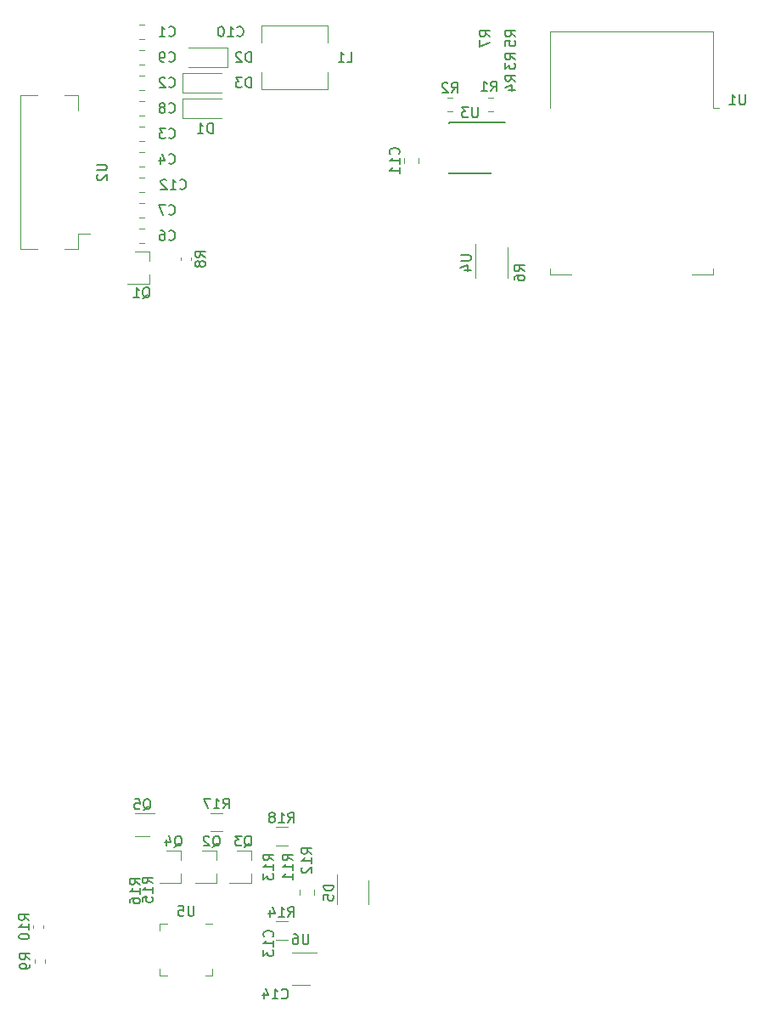
<source format=gbr>
G04 #@! TF.GenerationSoftware,KiCad,Pcbnew,5.0.2-bee76a0~70~ubuntu18.04.1*
G04 #@! TF.CreationDate,2019-01-18T14:13:04+00:00*
G04 #@! TF.ProjectId,badge,62616467-652e-46b6-9963-61645f706362,rev?*
G04 #@! TF.SameCoordinates,Original*
G04 #@! TF.FileFunction,Legend,Bot*
G04 #@! TF.FilePolarity,Positive*
%FSLAX46Y46*%
G04 Gerber Fmt 4.6, Leading zero omitted, Abs format (unit mm)*
G04 Created by KiCad (PCBNEW 5.0.2-bee76a0~70~ubuntu18.04.1) date Fri 18 Jan 2019 14:13:04 GMT*
%MOMM*%
%LPD*%
G01*
G04 APERTURE LIST*
%ADD10C,0.120000*%
%ADD11C,0.150000*%
G04 APERTURE END LIST*
D10*
G04 #@! TO.C,C1*
X38476422Y-20245000D02*
X38993578Y-20245000D01*
X38476422Y-21665000D02*
X38993578Y-21665000D01*
G04 #@! TO.C,C2*
X38476422Y-26745000D02*
X38993578Y-26745000D01*
X38476422Y-25325000D02*
X38993578Y-25325000D01*
G04 #@! TO.C,C3*
X38476422Y-31825000D02*
X38993578Y-31825000D01*
X38476422Y-30405000D02*
X38993578Y-30405000D01*
G04 #@! TO.C,C4*
X38476422Y-32945000D02*
X38993578Y-32945000D01*
X38476422Y-34365000D02*
X38993578Y-34365000D01*
G04 #@! TO.C,C6*
X38476422Y-41985000D02*
X38993578Y-41985000D01*
X38476422Y-40565000D02*
X38993578Y-40565000D01*
G04 #@! TO.C,C7*
X38476422Y-38025000D02*
X38993578Y-38025000D01*
X38476422Y-39445000D02*
X38993578Y-39445000D01*
G04 #@! TO.C,C8*
X38476422Y-29285000D02*
X38993578Y-29285000D01*
X38476422Y-27865000D02*
X38993578Y-27865000D01*
G04 #@! TO.C,C9*
X38476422Y-24205000D02*
X38993578Y-24205000D01*
X38476422Y-22785000D02*
X38993578Y-22785000D01*
G04 #@! TO.C,C11*
X66369000Y-33523422D02*
X66369000Y-34040578D01*
X64949000Y-33523422D02*
X64949000Y-34040578D01*
G04 #@! TO.C,C12*
X38476422Y-35485000D02*
X38993578Y-35485000D01*
X38476422Y-36905000D02*
X38993578Y-36905000D01*
G04 #@! TO.C,D1*
X42835000Y-29575000D02*
X42835000Y-27575000D01*
X42835000Y-27575000D02*
X46735000Y-27575000D01*
X42835000Y-29575000D02*
X46735000Y-29575000D01*
G04 #@! TO.C,D2*
X47335000Y-22495000D02*
X47335000Y-24495000D01*
X47335000Y-24495000D02*
X43435000Y-24495000D01*
X47335000Y-22495000D02*
X43435000Y-22495000D01*
G04 #@! TO.C,D3*
X42835000Y-27035000D02*
X46735000Y-27035000D01*
X42835000Y-25035000D02*
X46735000Y-25035000D01*
X42835000Y-27035000D02*
X42835000Y-25035000D01*
G04 #@! TO.C,D5*
X61367000Y-105480000D02*
X61367000Y-107880000D01*
X58267000Y-107880000D02*
X58267000Y-104930000D01*
G04 #@! TO.C,L1*
X50675000Y-24995000D02*
X50675000Y-26695000D01*
X50675000Y-26695000D02*
X57275000Y-26695000D01*
X57275000Y-26695000D02*
X57275000Y-24995000D01*
X57275000Y-21995000D02*
X57275000Y-20295000D01*
X57275000Y-20295000D02*
X50675000Y-20295000D01*
X50675000Y-20295000D02*
X50675000Y-21995000D01*
G04 #@! TO.C,Q1*
X39495000Y-42870000D02*
X39495000Y-43800000D01*
X39495000Y-46030000D02*
X39495000Y-45100000D01*
X39495000Y-46030000D02*
X37335000Y-46030000D01*
X39495000Y-42870000D02*
X38035000Y-42870000D01*
G04 #@! TO.C,Q2*
X46210000Y-102560000D02*
X44750000Y-102560000D01*
X46210000Y-105720000D02*
X44050000Y-105720000D01*
X46210000Y-105720000D02*
X46210000Y-104790000D01*
X46210000Y-102560000D02*
X46210000Y-103490000D01*
G04 #@! TO.C,Q3*
X49655000Y-102560000D02*
X49655000Y-103490000D01*
X49655000Y-105720000D02*
X49655000Y-104790000D01*
X49655000Y-105720000D02*
X47495000Y-105720000D01*
X49655000Y-102560000D02*
X48195000Y-102560000D01*
G04 #@! TO.C,Q4*
X42670000Y-102560000D02*
X41210000Y-102560000D01*
X42670000Y-105720000D02*
X40510000Y-105720000D01*
X42670000Y-105720000D02*
X42670000Y-104790000D01*
X42670000Y-102560000D02*
X42670000Y-103490000D01*
G04 #@! TO.C,Q5*
X38096000Y-98774000D02*
X39996000Y-98774000D01*
X39496000Y-101094000D02*
X38096000Y-101094000D01*
G04 #@! TO.C,R1*
X73274422Y-28904000D02*
X73791578Y-28904000D01*
X73274422Y-27484000D02*
X73791578Y-27484000D01*
G04 #@! TO.C,R2*
X69210422Y-28904000D02*
X69727578Y-28904000D01*
X69210422Y-27484000D02*
X69727578Y-27484000D01*
G04 #@! TO.C,R8*
X43690000Y-43723779D02*
X43690000Y-43398221D01*
X42670000Y-43723779D02*
X42670000Y-43398221D01*
G04 #@! TO.C,R9*
X29085000Y-113375221D02*
X29085000Y-113700779D01*
X28065000Y-113375221D02*
X28065000Y-113700779D01*
G04 #@! TO.C,R10*
X28958000Y-110271779D02*
X28958000Y-109946221D01*
X27938000Y-110271779D02*
X27938000Y-109946221D01*
G04 #@! TO.C,R12*
X54535000Y-106938578D02*
X54535000Y-106421422D01*
X55955000Y-106938578D02*
X55955000Y-106421422D01*
G04 #@! TO.C,R14*
X53307064Y-109580000D02*
X52102936Y-109580000D01*
X53307064Y-111400000D02*
X52102936Y-111400000D01*
G04 #@! TO.C,R17*
X46830064Y-100605000D02*
X45625936Y-100605000D01*
X46830064Y-98785000D02*
X45625936Y-98785000D01*
G04 #@! TO.C,R18*
X53307064Y-100182000D02*
X52102936Y-100182000D01*
X53307064Y-102002000D02*
X52102936Y-102002000D01*
G04 #@! TO.C,U1*
X95750000Y-20900000D02*
X79510000Y-20900000D01*
X79510000Y-20900000D02*
X79510000Y-28520000D01*
X79510000Y-44520000D02*
X79510000Y-45140000D01*
X79510000Y-45140000D02*
X81630000Y-45140000D01*
X93630000Y-45140000D02*
X95750000Y-45140000D01*
X95750000Y-45140000D02*
X95750000Y-44520000D01*
X95750000Y-28520000D02*
X95750000Y-20900000D01*
X95750000Y-28520000D02*
X96360000Y-28520000D01*
G04 #@! TO.C,U2*
X32415000Y-41085000D02*
X32415000Y-42575000D01*
X32415000Y-42575000D02*
X31075000Y-42575000D01*
X32415000Y-28765000D02*
X32415000Y-27275000D01*
X32415000Y-27275000D02*
X31075000Y-27275000D01*
X28355000Y-42575000D02*
X26615000Y-42575000D01*
X26615000Y-42575000D02*
X26615000Y-27275000D01*
X26615000Y-27275000D02*
X28355000Y-27275000D01*
X32415000Y-41085000D02*
X33615000Y-41085000D01*
D11*
G04 #@! TO.C,U3*
X73576000Y-29937000D02*
X73576000Y-29987000D01*
X69426000Y-29937000D02*
X69426000Y-30082000D01*
X69426000Y-35087000D02*
X69426000Y-34942000D01*
X73576000Y-35087000D02*
X73576000Y-34942000D01*
X73576000Y-29937000D02*
X69426000Y-29937000D01*
X73576000Y-35087000D02*
X69426000Y-35087000D01*
X73576000Y-29987000D02*
X74976000Y-29987000D01*
D10*
G04 #@! TO.C,U4*
X72040000Y-42067000D02*
X72040000Y-45442000D01*
X75280000Y-42442000D02*
X75280000Y-45442000D01*
G04 #@! TO.C,U5*
X41295000Y-109785000D02*
X40570000Y-109785000D01*
X40570000Y-109785000D02*
X40570000Y-110510000D01*
X45065000Y-115005000D02*
X45790000Y-115005000D01*
X45790000Y-115005000D02*
X45790000Y-114280000D01*
X41295000Y-115005000D02*
X40570000Y-115005000D01*
X40570000Y-115005000D02*
X40570000Y-114280000D01*
X45065000Y-109785000D02*
X45790000Y-109785000D01*
G04 #@! TO.C,U6*
X55510000Y-115910000D02*
X53710000Y-115910000D01*
X53710000Y-112690000D02*
X56160000Y-112690000D01*
G04 #@! TO.C,R16*
D11*
X38552380Y-105910142D02*
X38076190Y-105576809D01*
X38552380Y-105338714D02*
X37552380Y-105338714D01*
X37552380Y-105719666D01*
X37600000Y-105814904D01*
X37647619Y-105862523D01*
X37742857Y-105910142D01*
X37885714Y-105910142D01*
X37980952Y-105862523D01*
X38028571Y-105814904D01*
X38076190Y-105719666D01*
X38076190Y-105338714D01*
X38552380Y-106862523D02*
X38552380Y-106291095D01*
X38552380Y-106576809D02*
X37552380Y-106576809D01*
X37695238Y-106481571D01*
X37790476Y-106386333D01*
X37838095Y-106291095D01*
X37552380Y-107719666D02*
X37552380Y-107529190D01*
X37600000Y-107433952D01*
X37647619Y-107386333D01*
X37790476Y-107291095D01*
X37980952Y-107243476D01*
X38361904Y-107243476D01*
X38457142Y-107291095D01*
X38504761Y-107338714D01*
X38552380Y-107433952D01*
X38552380Y-107624428D01*
X38504761Y-107719666D01*
X38457142Y-107767285D01*
X38361904Y-107814904D01*
X38123809Y-107814904D01*
X38028571Y-107767285D01*
X37980952Y-107719666D01*
X37933333Y-107624428D01*
X37933333Y-107433952D01*
X37980952Y-107338714D01*
X38028571Y-107291095D01*
X38123809Y-107243476D01*
G04 #@! TO.C,C1*
X41441666Y-21312142D02*
X41489285Y-21359761D01*
X41632142Y-21407380D01*
X41727380Y-21407380D01*
X41870238Y-21359761D01*
X41965476Y-21264523D01*
X42013095Y-21169285D01*
X42060714Y-20978809D01*
X42060714Y-20835952D01*
X42013095Y-20645476D01*
X41965476Y-20550238D01*
X41870238Y-20455000D01*
X41727380Y-20407380D01*
X41632142Y-20407380D01*
X41489285Y-20455000D01*
X41441666Y-20502619D01*
X40489285Y-21407380D02*
X41060714Y-21407380D01*
X40775000Y-21407380D02*
X40775000Y-20407380D01*
X40870238Y-20550238D01*
X40965476Y-20645476D01*
X41060714Y-20693095D01*
G04 #@! TO.C,C2*
X41441666Y-26392142D02*
X41489285Y-26439761D01*
X41632142Y-26487380D01*
X41727380Y-26487380D01*
X41870238Y-26439761D01*
X41965476Y-26344523D01*
X42013095Y-26249285D01*
X42060714Y-26058809D01*
X42060714Y-25915952D01*
X42013095Y-25725476D01*
X41965476Y-25630238D01*
X41870238Y-25535000D01*
X41727380Y-25487380D01*
X41632142Y-25487380D01*
X41489285Y-25535000D01*
X41441666Y-25582619D01*
X41060714Y-25582619D02*
X41013095Y-25535000D01*
X40917857Y-25487380D01*
X40679761Y-25487380D01*
X40584523Y-25535000D01*
X40536904Y-25582619D01*
X40489285Y-25677857D01*
X40489285Y-25773095D01*
X40536904Y-25915952D01*
X41108333Y-26487380D01*
X40489285Y-26487380D01*
G04 #@! TO.C,C3*
X41441666Y-31472142D02*
X41489285Y-31519761D01*
X41632142Y-31567380D01*
X41727380Y-31567380D01*
X41870238Y-31519761D01*
X41965476Y-31424523D01*
X42013095Y-31329285D01*
X42060714Y-31138809D01*
X42060714Y-30995952D01*
X42013095Y-30805476D01*
X41965476Y-30710238D01*
X41870238Y-30615000D01*
X41727380Y-30567380D01*
X41632142Y-30567380D01*
X41489285Y-30615000D01*
X41441666Y-30662619D01*
X41108333Y-30567380D02*
X40489285Y-30567380D01*
X40822619Y-30948333D01*
X40679761Y-30948333D01*
X40584523Y-30995952D01*
X40536904Y-31043571D01*
X40489285Y-31138809D01*
X40489285Y-31376904D01*
X40536904Y-31472142D01*
X40584523Y-31519761D01*
X40679761Y-31567380D01*
X40965476Y-31567380D01*
X41060714Y-31519761D01*
X41108333Y-31472142D01*
G04 #@! TO.C,C4*
X41441666Y-34012142D02*
X41489285Y-34059761D01*
X41632142Y-34107380D01*
X41727380Y-34107380D01*
X41870238Y-34059761D01*
X41965476Y-33964523D01*
X42013095Y-33869285D01*
X42060714Y-33678809D01*
X42060714Y-33535952D01*
X42013095Y-33345476D01*
X41965476Y-33250238D01*
X41870238Y-33155000D01*
X41727380Y-33107380D01*
X41632142Y-33107380D01*
X41489285Y-33155000D01*
X41441666Y-33202619D01*
X40584523Y-33440714D02*
X40584523Y-34107380D01*
X40822619Y-33059761D02*
X41060714Y-33774047D01*
X40441666Y-33774047D01*
G04 #@! TO.C,C6*
X41441666Y-41632142D02*
X41489285Y-41679761D01*
X41632142Y-41727380D01*
X41727380Y-41727380D01*
X41870238Y-41679761D01*
X41965476Y-41584523D01*
X42013095Y-41489285D01*
X42060714Y-41298809D01*
X42060714Y-41155952D01*
X42013095Y-40965476D01*
X41965476Y-40870238D01*
X41870238Y-40775000D01*
X41727380Y-40727380D01*
X41632142Y-40727380D01*
X41489285Y-40775000D01*
X41441666Y-40822619D01*
X40584523Y-40727380D02*
X40775000Y-40727380D01*
X40870238Y-40775000D01*
X40917857Y-40822619D01*
X41013095Y-40965476D01*
X41060714Y-41155952D01*
X41060714Y-41536904D01*
X41013095Y-41632142D01*
X40965476Y-41679761D01*
X40870238Y-41727380D01*
X40679761Y-41727380D01*
X40584523Y-41679761D01*
X40536904Y-41632142D01*
X40489285Y-41536904D01*
X40489285Y-41298809D01*
X40536904Y-41203571D01*
X40584523Y-41155952D01*
X40679761Y-41108333D01*
X40870238Y-41108333D01*
X40965476Y-41155952D01*
X41013095Y-41203571D01*
X41060714Y-41298809D01*
G04 #@! TO.C,C7*
X41441666Y-39092142D02*
X41489285Y-39139761D01*
X41632142Y-39187380D01*
X41727380Y-39187380D01*
X41870238Y-39139761D01*
X41965476Y-39044523D01*
X42013095Y-38949285D01*
X42060714Y-38758809D01*
X42060714Y-38615952D01*
X42013095Y-38425476D01*
X41965476Y-38330238D01*
X41870238Y-38235000D01*
X41727380Y-38187380D01*
X41632142Y-38187380D01*
X41489285Y-38235000D01*
X41441666Y-38282619D01*
X41108333Y-38187380D02*
X40441666Y-38187380D01*
X40870238Y-39187380D01*
G04 #@! TO.C,C8*
X41441666Y-28932142D02*
X41489285Y-28979761D01*
X41632142Y-29027380D01*
X41727380Y-29027380D01*
X41870238Y-28979761D01*
X41965476Y-28884523D01*
X42013095Y-28789285D01*
X42060714Y-28598809D01*
X42060714Y-28455952D01*
X42013095Y-28265476D01*
X41965476Y-28170238D01*
X41870238Y-28075000D01*
X41727380Y-28027380D01*
X41632142Y-28027380D01*
X41489285Y-28075000D01*
X41441666Y-28122619D01*
X40870238Y-28455952D02*
X40965476Y-28408333D01*
X41013095Y-28360714D01*
X41060714Y-28265476D01*
X41060714Y-28217857D01*
X41013095Y-28122619D01*
X40965476Y-28075000D01*
X40870238Y-28027380D01*
X40679761Y-28027380D01*
X40584523Y-28075000D01*
X40536904Y-28122619D01*
X40489285Y-28217857D01*
X40489285Y-28265476D01*
X40536904Y-28360714D01*
X40584523Y-28408333D01*
X40679761Y-28455952D01*
X40870238Y-28455952D01*
X40965476Y-28503571D01*
X41013095Y-28551190D01*
X41060714Y-28646428D01*
X41060714Y-28836904D01*
X41013095Y-28932142D01*
X40965476Y-28979761D01*
X40870238Y-29027380D01*
X40679761Y-29027380D01*
X40584523Y-28979761D01*
X40536904Y-28932142D01*
X40489285Y-28836904D01*
X40489285Y-28646428D01*
X40536904Y-28551190D01*
X40584523Y-28503571D01*
X40679761Y-28455952D01*
G04 #@! TO.C,C9*
X41441666Y-23852142D02*
X41489285Y-23899761D01*
X41632142Y-23947380D01*
X41727380Y-23947380D01*
X41870238Y-23899761D01*
X41965476Y-23804523D01*
X42013095Y-23709285D01*
X42060714Y-23518809D01*
X42060714Y-23375952D01*
X42013095Y-23185476D01*
X41965476Y-23090238D01*
X41870238Y-22995000D01*
X41727380Y-22947380D01*
X41632142Y-22947380D01*
X41489285Y-22995000D01*
X41441666Y-23042619D01*
X40965476Y-23947380D02*
X40775000Y-23947380D01*
X40679761Y-23899761D01*
X40632142Y-23852142D01*
X40536904Y-23709285D01*
X40489285Y-23518809D01*
X40489285Y-23137857D01*
X40536904Y-23042619D01*
X40584523Y-22995000D01*
X40679761Y-22947380D01*
X40870238Y-22947380D01*
X40965476Y-22995000D01*
X41013095Y-23042619D01*
X41060714Y-23137857D01*
X41060714Y-23375952D01*
X41013095Y-23471190D01*
X40965476Y-23518809D01*
X40870238Y-23566428D01*
X40679761Y-23566428D01*
X40584523Y-23518809D01*
X40536904Y-23471190D01*
X40489285Y-23375952D01*
G04 #@! TO.C,C10*
X48267857Y-21312142D02*
X48315476Y-21359761D01*
X48458333Y-21407380D01*
X48553571Y-21407380D01*
X48696428Y-21359761D01*
X48791666Y-21264523D01*
X48839285Y-21169285D01*
X48886904Y-20978809D01*
X48886904Y-20835952D01*
X48839285Y-20645476D01*
X48791666Y-20550238D01*
X48696428Y-20455000D01*
X48553571Y-20407380D01*
X48458333Y-20407380D01*
X48315476Y-20455000D01*
X48267857Y-20502619D01*
X47315476Y-21407380D02*
X47886904Y-21407380D01*
X47601190Y-21407380D02*
X47601190Y-20407380D01*
X47696428Y-20550238D01*
X47791666Y-20645476D01*
X47886904Y-20693095D01*
X46696428Y-20407380D02*
X46601190Y-20407380D01*
X46505952Y-20455000D01*
X46458333Y-20502619D01*
X46410714Y-20597857D01*
X46363095Y-20788333D01*
X46363095Y-21026428D01*
X46410714Y-21216904D01*
X46458333Y-21312142D01*
X46505952Y-21359761D01*
X46601190Y-21407380D01*
X46696428Y-21407380D01*
X46791666Y-21359761D01*
X46839285Y-21312142D01*
X46886904Y-21216904D01*
X46934523Y-21026428D01*
X46934523Y-20788333D01*
X46886904Y-20597857D01*
X46839285Y-20502619D01*
X46791666Y-20455000D01*
X46696428Y-20407380D01*
G04 #@! TO.C,C11*
X64366142Y-33139142D02*
X64413761Y-33091523D01*
X64461380Y-32948666D01*
X64461380Y-32853428D01*
X64413761Y-32710571D01*
X64318523Y-32615333D01*
X64223285Y-32567714D01*
X64032809Y-32520095D01*
X63889952Y-32520095D01*
X63699476Y-32567714D01*
X63604238Y-32615333D01*
X63509000Y-32710571D01*
X63461380Y-32853428D01*
X63461380Y-32948666D01*
X63509000Y-33091523D01*
X63556619Y-33139142D01*
X64461380Y-34091523D02*
X64461380Y-33520095D01*
X64461380Y-33805809D02*
X63461380Y-33805809D01*
X63604238Y-33710571D01*
X63699476Y-33615333D01*
X63747095Y-33520095D01*
X64461380Y-35043904D02*
X64461380Y-34472476D01*
X64461380Y-34758190D02*
X63461380Y-34758190D01*
X63604238Y-34662952D01*
X63699476Y-34567714D01*
X63747095Y-34472476D01*
G04 #@! TO.C,C12*
X42552857Y-36552142D02*
X42600476Y-36599761D01*
X42743333Y-36647380D01*
X42838571Y-36647380D01*
X42981428Y-36599761D01*
X43076666Y-36504523D01*
X43124285Y-36409285D01*
X43171904Y-36218809D01*
X43171904Y-36075952D01*
X43124285Y-35885476D01*
X43076666Y-35790238D01*
X42981428Y-35695000D01*
X42838571Y-35647380D01*
X42743333Y-35647380D01*
X42600476Y-35695000D01*
X42552857Y-35742619D01*
X41600476Y-36647380D02*
X42171904Y-36647380D01*
X41886190Y-36647380D02*
X41886190Y-35647380D01*
X41981428Y-35790238D01*
X42076666Y-35885476D01*
X42171904Y-35933095D01*
X41219523Y-35742619D02*
X41171904Y-35695000D01*
X41076666Y-35647380D01*
X40838571Y-35647380D01*
X40743333Y-35695000D01*
X40695714Y-35742619D01*
X40648095Y-35837857D01*
X40648095Y-35933095D01*
X40695714Y-36075952D01*
X41267142Y-36647380D01*
X40648095Y-36647380D01*
G04 #@! TO.C,C13*
X51792142Y-111117142D02*
X51839761Y-111069523D01*
X51887380Y-110926666D01*
X51887380Y-110831428D01*
X51839761Y-110688571D01*
X51744523Y-110593333D01*
X51649285Y-110545714D01*
X51458809Y-110498095D01*
X51315952Y-110498095D01*
X51125476Y-110545714D01*
X51030238Y-110593333D01*
X50935000Y-110688571D01*
X50887380Y-110831428D01*
X50887380Y-110926666D01*
X50935000Y-111069523D01*
X50982619Y-111117142D01*
X51887380Y-112069523D02*
X51887380Y-111498095D01*
X51887380Y-111783809D02*
X50887380Y-111783809D01*
X51030238Y-111688571D01*
X51125476Y-111593333D01*
X51173095Y-111498095D01*
X50887380Y-112402857D02*
X50887380Y-113021904D01*
X51268333Y-112688571D01*
X51268333Y-112831428D01*
X51315952Y-112926666D01*
X51363571Y-112974285D01*
X51458809Y-113021904D01*
X51696904Y-113021904D01*
X51792142Y-112974285D01*
X51839761Y-112926666D01*
X51887380Y-112831428D01*
X51887380Y-112545714D01*
X51839761Y-112450476D01*
X51792142Y-112402857D01*
G04 #@! TO.C,C14*
X52712857Y-117197142D02*
X52760476Y-117244761D01*
X52903333Y-117292380D01*
X52998571Y-117292380D01*
X53141428Y-117244761D01*
X53236666Y-117149523D01*
X53284285Y-117054285D01*
X53331904Y-116863809D01*
X53331904Y-116720952D01*
X53284285Y-116530476D01*
X53236666Y-116435238D01*
X53141428Y-116340000D01*
X52998571Y-116292380D01*
X52903333Y-116292380D01*
X52760476Y-116340000D01*
X52712857Y-116387619D01*
X51760476Y-117292380D02*
X52331904Y-117292380D01*
X52046190Y-117292380D02*
X52046190Y-116292380D01*
X52141428Y-116435238D01*
X52236666Y-116530476D01*
X52331904Y-116578095D01*
X50903333Y-116625714D02*
X50903333Y-117292380D01*
X51141428Y-116244761D02*
X51379523Y-116959047D01*
X50760476Y-116959047D01*
G04 #@! TO.C,D1*
X45823095Y-31027380D02*
X45823095Y-30027380D01*
X45585000Y-30027380D01*
X45442142Y-30075000D01*
X45346904Y-30170238D01*
X45299285Y-30265476D01*
X45251666Y-30455952D01*
X45251666Y-30598809D01*
X45299285Y-30789285D01*
X45346904Y-30884523D01*
X45442142Y-30979761D01*
X45585000Y-31027380D01*
X45823095Y-31027380D01*
X44299285Y-31027380D02*
X44870714Y-31027380D01*
X44585000Y-31027380D02*
X44585000Y-30027380D01*
X44680238Y-30170238D01*
X44775476Y-30265476D01*
X44870714Y-30313095D01*
G04 #@! TO.C,D2*
X49633095Y-23947380D02*
X49633095Y-22947380D01*
X49395000Y-22947380D01*
X49252142Y-22995000D01*
X49156904Y-23090238D01*
X49109285Y-23185476D01*
X49061666Y-23375952D01*
X49061666Y-23518809D01*
X49109285Y-23709285D01*
X49156904Y-23804523D01*
X49252142Y-23899761D01*
X49395000Y-23947380D01*
X49633095Y-23947380D01*
X48680714Y-23042619D02*
X48633095Y-22995000D01*
X48537857Y-22947380D01*
X48299761Y-22947380D01*
X48204523Y-22995000D01*
X48156904Y-23042619D01*
X48109285Y-23137857D01*
X48109285Y-23233095D01*
X48156904Y-23375952D01*
X48728333Y-23947380D01*
X48109285Y-23947380D01*
G04 #@! TO.C,D3*
X49633095Y-26487380D02*
X49633095Y-25487380D01*
X49395000Y-25487380D01*
X49252142Y-25535000D01*
X49156904Y-25630238D01*
X49109285Y-25725476D01*
X49061666Y-25915952D01*
X49061666Y-26058809D01*
X49109285Y-26249285D01*
X49156904Y-26344523D01*
X49252142Y-26439761D01*
X49395000Y-26487380D01*
X49633095Y-26487380D01*
X48728333Y-25487380D02*
X48109285Y-25487380D01*
X48442619Y-25868333D01*
X48299761Y-25868333D01*
X48204523Y-25915952D01*
X48156904Y-25963571D01*
X48109285Y-26058809D01*
X48109285Y-26296904D01*
X48156904Y-26392142D01*
X48204523Y-26439761D01*
X48299761Y-26487380D01*
X48585476Y-26487380D01*
X48680714Y-26439761D01*
X48728333Y-26392142D01*
G04 #@! TO.C,D5*
X57889380Y-105961904D02*
X56889380Y-105961904D01*
X56889380Y-106200000D01*
X56937000Y-106342857D01*
X57032238Y-106438095D01*
X57127476Y-106485714D01*
X57317952Y-106533333D01*
X57460809Y-106533333D01*
X57651285Y-106485714D01*
X57746523Y-106438095D01*
X57841761Y-106342857D01*
X57889380Y-106200000D01*
X57889380Y-105961904D01*
X56889380Y-107438095D02*
X56889380Y-106961904D01*
X57365571Y-106914285D01*
X57317952Y-106961904D01*
X57270333Y-107057142D01*
X57270333Y-107295238D01*
X57317952Y-107390476D01*
X57365571Y-107438095D01*
X57460809Y-107485714D01*
X57698904Y-107485714D01*
X57794142Y-107438095D01*
X57841761Y-107390476D01*
X57889380Y-107295238D01*
X57889380Y-107057142D01*
X57841761Y-106961904D01*
X57794142Y-106914285D01*
G04 #@! TO.C,L1*
X59221666Y-23947380D02*
X59697857Y-23947380D01*
X59697857Y-22947380D01*
X58364523Y-23947380D02*
X58935952Y-23947380D01*
X58650238Y-23947380D02*
X58650238Y-22947380D01*
X58745476Y-23090238D01*
X58840714Y-23185476D01*
X58935952Y-23233095D01*
G04 #@! TO.C,Q1*
X38830238Y-47497619D02*
X38925476Y-47450000D01*
X39020714Y-47354761D01*
X39163571Y-47211904D01*
X39258809Y-47164285D01*
X39354047Y-47164285D01*
X39306428Y-47402380D02*
X39401666Y-47354761D01*
X39496904Y-47259523D01*
X39544523Y-47069047D01*
X39544523Y-46735714D01*
X39496904Y-46545238D01*
X39401666Y-46450000D01*
X39306428Y-46402380D01*
X39115952Y-46402380D01*
X39020714Y-46450000D01*
X38925476Y-46545238D01*
X38877857Y-46735714D01*
X38877857Y-47069047D01*
X38925476Y-47259523D01*
X39020714Y-47354761D01*
X39115952Y-47402380D01*
X39306428Y-47402380D01*
X37925476Y-47402380D02*
X38496904Y-47402380D01*
X38211190Y-47402380D02*
X38211190Y-46402380D01*
X38306428Y-46545238D01*
X38401666Y-46640476D01*
X38496904Y-46688095D01*
G04 #@! TO.C,Q2*
X45815238Y-102147619D02*
X45910476Y-102100000D01*
X46005714Y-102004761D01*
X46148571Y-101861904D01*
X46243809Y-101814285D01*
X46339047Y-101814285D01*
X46291428Y-102052380D02*
X46386666Y-102004761D01*
X46481904Y-101909523D01*
X46529523Y-101719047D01*
X46529523Y-101385714D01*
X46481904Y-101195238D01*
X46386666Y-101100000D01*
X46291428Y-101052380D01*
X46100952Y-101052380D01*
X46005714Y-101100000D01*
X45910476Y-101195238D01*
X45862857Y-101385714D01*
X45862857Y-101719047D01*
X45910476Y-101909523D01*
X46005714Y-102004761D01*
X46100952Y-102052380D01*
X46291428Y-102052380D01*
X45481904Y-101147619D02*
X45434285Y-101100000D01*
X45339047Y-101052380D01*
X45100952Y-101052380D01*
X45005714Y-101100000D01*
X44958095Y-101147619D01*
X44910476Y-101242857D01*
X44910476Y-101338095D01*
X44958095Y-101480952D01*
X45529523Y-102052380D01*
X44910476Y-102052380D01*
G04 #@! TO.C,Q3*
X48990238Y-102147619D02*
X49085476Y-102100000D01*
X49180714Y-102004761D01*
X49323571Y-101861904D01*
X49418809Y-101814285D01*
X49514047Y-101814285D01*
X49466428Y-102052380D02*
X49561666Y-102004761D01*
X49656904Y-101909523D01*
X49704523Y-101719047D01*
X49704523Y-101385714D01*
X49656904Y-101195238D01*
X49561666Y-101100000D01*
X49466428Y-101052380D01*
X49275952Y-101052380D01*
X49180714Y-101100000D01*
X49085476Y-101195238D01*
X49037857Y-101385714D01*
X49037857Y-101719047D01*
X49085476Y-101909523D01*
X49180714Y-102004761D01*
X49275952Y-102052380D01*
X49466428Y-102052380D01*
X48704523Y-101052380D02*
X48085476Y-101052380D01*
X48418809Y-101433333D01*
X48275952Y-101433333D01*
X48180714Y-101480952D01*
X48133095Y-101528571D01*
X48085476Y-101623809D01*
X48085476Y-101861904D01*
X48133095Y-101957142D01*
X48180714Y-102004761D01*
X48275952Y-102052380D01*
X48561666Y-102052380D01*
X48656904Y-102004761D01*
X48704523Y-101957142D01*
G04 #@! TO.C,Q4*
X42005238Y-102147619D02*
X42100476Y-102100000D01*
X42195714Y-102004761D01*
X42338571Y-101861904D01*
X42433809Y-101814285D01*
X42529047Y-101814285D01*
X42481428Y-102052380D02*
X42576666Y-102004761D01*
X42671904Y-101909523D01*
X42719523Y-101719047D01*
X42719523Y-101385714D01*
X42671904Y-101195238D01*
X42576666Y-101100000D01*
X42481428Y-101052380D01*
X42290952Y-101052380D01*
X42195714Y-101100000D01*
X42100476Y-101195238D01*
X42052857Y-101385714D01*
X42052857Y-101719047D01*
X42100476Y-101909523D01*
X42195714Y-102004761D01*
X42290952Y-102052380D01*
X42481428Y-102052380D01*
X41195714Y-101385714D02*
X41195714Y-102052380D01*
X41433809Y-101004761D02*
X41671904Y-101719047D01*
X41052857Y-101719047D01*
G04 #@! TO.C,Q5*
X38891238Y-98481619D02*
X38986476Y-98434000D01*
X39081714Y-98338761D01*
X39224571Y-98195904D01*
X39319809Y-98148285D01*
X39415047Y-98148285D01*
X39367428Y-98386380D02*
X39462666Y-98338761D01*
X39557904Y-98243523D01*
X39605523Y-98053047D01*
X39605523Y-97719714D01*
X39557904Y-97529238D01*
X39462666Y-97434000D01*
X39367428Y-97386380D01*
X39176952Y-97386380D01*
X39081714Y-97434000D01*
X38986476Y-97529238D01*
X38938857Y-97719714D01*
X38938857Y-98053047D01*
X38986476Y-98243523D01*
X39081714Y-98338761D01*
X39176952Y-98386380D01*
X39367428Y-98386380D01*
X38034095Y-97386380D02*
X38510285Y-97386380D01*
X38557904Y-97862571D01*
X38510285Y-97814952D01*
X38415047Y-97767333D01*
X38176952Y-97767333D01*
X38081714Y-97814952D01*
X38034095Y-97862571D01*
X37986476Y-97957809D01*
X37986476Y-98195904D01*
X38034095Y-98291142D01*
X38081714Y-98338761D01*
X38176952Y-98386380D01*
X38415047Y-98386380D01*
X38510285Y-98338761D01*
X38557904Y-98291142D01*
G04 #@! TO.C,R1*
X73572666Y-26868380D02*
X73906000Y-26392190D01*
X74144095Y-26868380D02*
X74144095Y-25868380D01*
X73763142Y-25868380D01*
X73667904Y-25916000D01*
X73620285Y-25963619D01*
X73572666Y-26058857D01*
X73572666Y-26201714D01*
X73620285Y-26296952D01*
X73667904Y-26344571D01*
X73763142Y-26392190D01*
X74144095Y-26392190D01*
X72620285Y-26868380D02*
X73191714Y-26868380D01*
X72906000Y-26868380D02*
X72906000Y-25868380D01*
X73001238Y-26011238D01*
X73096476Y-26106476D01*
X73191714Y-26154095D01*
G04 #@! TO.C,R2*
X69635666Y-26995380D02*
X69969000Y-26519190D01*
X70207095Y-26995380D02*
X70207095Y-25995380D01*
X69826142Y-25995380D01*
X69730904Y-26043000D01*
X69683285Y-26090619D01*
X69635666Y-26185857D01*
X69635666Y-26328714D01*
X69683285Y-26423952D01*
X69730904Y-26471571D01*
X69826142Y-26519190D01*
X70207095Y-26519190D01*
X69254714Y-26090619D02*
X69207095Y-26043000D01*
X69111857Y-25995380D01*
X68873761Y-25995380D01*
X68778523Y-26043000D01*
X68730904Y-26090619D01*
X68683285Y-26185857D01*
X68683285Y-26281095D01*
X68730904Y-26423952D01*
X69302333Y-26995380D01*
X68683285Y-26995380D01*
G04 #@! TO.C,R3*
X75990380Y-23709333D02*
X75514190Y-23376000D01*
X75990380Y-23137904D02*
X74990380Y-23137904D01*
X74990380Y-23518857D01*
X75038000Y-23614095D01*
X75085619Y-23661714D01*
X75180857Y-23709333D01*
X75323714Y-23709333D01*
X75418952Y-23661714D01*
X75466571Y-23614095D01*
X75514190Y-23518857D01*
X75514190Y-23137904D01*
X74990380Y-24042666D02*
X74990380Y-24661714D01*
X75371333Y-24328380D01*
X75371333Y-24471238D01*
X75418952Y-24566476D01*
X75466571Y-24614095D01*
X75561809Y-24661714D01*
X75799904Y-24661714D01*
X75895142Y-24614095D01*
X75942761Y-24566476D01*
X75990380Y-24471238D01*
X75990380Y-24185523D01*
X75942761Y-24090285D01*
X75895142Y-24042666D01*
G04 #@! TO.C,R4*
X76017380Y-25868333D02*
X75541190Y-25535000D01*
X76017380Y-25296904D02*
X75017380Y-25296904D01*
X75017380Y-25677857D01*
X75065000Y-25773095D01*
X75112619Y-25820714D01*
X75207857Y-25868333D01*
X75350714Y-25868333D01*
X75445952Y-25820714D01*
X75493571Y-25773095D01*
X75541190Y-25677857D01*
X75541190Y-25296904D01*
X75350714Y-26725476D02*
X76017380Y-26725476D01*
X74969761Y-26487380D02*
X75684047Y-26249285D01*
X75684047Y-26868333D01*
G04 #@! TO.C,R5*
X76017380Y-21423333D02*
X75541190Y-21090000D01*
X76017380Y-20851904D02*
X75017380Y-20851904D01*
X75017380Y-21232857D01*
X75065000Y-21328095D01*
X75112619Y-21375714D01*
X75207857Y-21423333D01*
X75350714Y-21423333D01*
X75445952Y-21375714D01*
X75493571Y-21328095D01*
X75541190Y-21232857D01*
X75541190Y-20851904D01*
X75017380Y-22328095D02*
X75017380Y-21851904D01*
X75493571Y-21804285D01*
X75445952Y-21851904D01*
X75398333Y-21947142D01*
X75398333Y-22185238D01*
X75445952Y-22280476D01*
X75493571Y-22328095D01*
X75588809Y-22375714D01*
X75826904Y-22375714D01*
X75922142Y-22328095D01*
X75969761Y-22280476D01*
X76017380Y-22185238D01*
X76017380Y-21947142D01*
X75969761Y-21851904D01*
X75922142Y-21804285D01*
G04 #@! TO.C,R6*
X76906380Y-44791333D02*
X76430190Y-44458000D01*
X76906380Y-44219904D02*
X75906380Y-44219904D01*
X75906380Y-44600857D01*
X75954000Y-44696095D01*
X76001619Y-44743714D01*
X76096857Y-44791333D01*
X76239714Y-44791333D01*
X76334952Y-44743714D01*
X76382571Y-44696095D01*
X76430190Y-44600857D01*
X76430190Y-44219904D01*
X75906380Y-45648476D02*
X75906380Y-45458000D01*
X75954000Y-45362761D01*
X76001619Y-45315142D01*
X76144476Y-45219904D01*
X76334952Y-45172285D01*
X76715904Y-45172285D01*
X76811142Y-45219904D01*
X76858761Y-45267523D01*
X76906380Y-45362761D01*
X76906380Y-45553238D01*
X76858761Y-45648476D01*
X76811142Y-45696095D01*
X76715904Y-45743714D01*
X76477809Y-45743714D01*
X76382571Y-45696095D01*
X76334952Y-45648476D01*
X76287333Y-45553238D01*
X76287333Y-45362761D01*
X76334952Y-45267523D01*
X76382571Y-45219904D01*
X76477809Y-45172285D01*
G04 #@! TO.C,R7*
X73477380Y-21423333D02*
X73001190Y-21090000D01*
X73477380Y-20851904D02*
X72477380Y-20851904D01*
X72477380Y-21232857D01*
X72525000Y-21328095D01*
X72572619Y-21375714D01*
X72667857Y-21423333D01*
X72810714Y-21423333D01*
X72905952Y-21375714D01*
X72953571Y-21328095D01*
X73001190Y-21232857D01*
X73001190Y-20851904D01*
X72477380Y-21756666D02*
X72477380Y-22423333D01*
X73477380Y-21994761D01*
G04 #@! TO.C,R8*
X45062380Y-43394333D02*
X44586190Y-43061000D01*
X45062380Y-42822904D02*
X44062380Y-42822904D01*
X44062380Y-43203857D01*
X44110000Y-43299095D01*
X44157619Y-43346714D01*
X44252857Y-43394333D01*
X44395714Y-43394333D01*
X44490952Y-43346714D01*
X44538571Y-43299095D01*
X44586190Y-43203857D01*
X44586190Y-42822904D01*
X44490952Y-43965761D02*
X44443333Y-43870523D01*
X44395714Y-43822904D01*
X44300476Y-43775285D01*
X44252857Y-43775285D01*
X44157619Y-43822904D01*
X44110000Y-43870523D01*
X44062380Y-43965761D01*
X44062380Y-44156238D01*
X44110000Y-44251476D01*
X44157619Y-44299095D01*
X44252857Y-44346714D01*
X44300476Y-44346714D01*
X44395714Y-44299095D01*
X44443333Y-44251476D01*
X44490952Y-44156238D01*
X44490952Y-43965761D01*
X44538571Y-43870523D01*
X44586190Y-43822904D01*
X44681428Y-43775285D01*
X44871904Y-43775285D01*
X44967142Y-43822904D01*
X45014761Y-43870523D01*
X45062380Y-43965761D01*
X45062380Y-44156238D01*
X45014761Y-44251476D01*
X44967142Y-44299095D01*
X44871904Y-44346714D01*
X44681428Y-44346714D01*
X44586190Y-44299095D01*
X44538571Y-44251476D01*
X44490952Y-44156238D01*
G04 #@! TO.C,R9*
X27597380Y-113371333D02*
X27121190Y-113038000D01*
X27597380Y-112799904D02*
X26597380Y-112799904D01*
X26597380Y-113180857D01*
X26645000Y-113276095D01*
X26692619Y-113323714D01*
X26787857Y-113371333D01*
X26930714Y-113371333D01*
X27025952Y-113323714D01*
X27073571Y-113276095D01*
X27121190Y-113180857D01*
X27121190Y-112799904D01*
X27597380Y-113847523D02*
X27597380Y-114038000D01*
X27549761Y-114133238D01*
X27502142Y-114180857D01*
X27359285Y-114276095D01*
X27168809Y-114323714D01*
X26787857Y-114323714D01*
X26692619Y-114276095D01*
X26645000Y-114228476D01*
X26597380Y-114133238D01*
X26597380Y-113942761D01*
X26645000Y-113847523D01*
X26692619Y-113799904D01*
X26787857Y-113752285D01*
X27025952Y-113752285D01*
X27121190Y-113799904D01*
X27168809Y-113847523D01*
X27216428Y-113942761D01*
X27216428Y-114133238D01*
X27168809Y-114228476D01*
X27121190Y-114276095D01*
X27025952Y-114323714D01*
G04 #@! TO.C,R10*
X27503380Y-109466142D02*
X27027190Y-109132809D01*
X27503380Y-108894714D02*
X26503380Y-108894714D01*
X26503380Y-109275666D01*
X26551000Y-109370904D01*
X26598619Y-109418523D01*
X26693857Y-109466142D01*
X26836714Y-109466142D01*
X26931952Y-109418523D01*
X26979571Y-109370904D01*
X27027190Y-109275666D01*
X27027190Y-108894714D01*
X27503380Y-110418523D02*
X27503380Y-109847095D01*
X27503380Y-110132809D02*
X26503380Y-110132809D01*
X26646238Y-110037571D01*
X26741476Y-109942333D01*
X26789095Y-109847095D01*
X26503380Y-111037571D02*
X26503380Y-111132809D01*
X26551000Y-111228047D01*
X26598619Y-111275666D01*
X26693857Y-111323285D01*
X26884333Y-111370904D01*
X27122428Y-111370904D01*
X27312904Y-111323285D01*
X27408142Y-111275666D01*
X27455761Y-111228047D01*
X27503380Y-111132809D01*
X27503380Y-111037571D01*
X27455761Y-110942333D01*
X27408142Y-110894714D01*
X27312904Y-110847095D01*
X27122428Y-110799476D01*
X26884333Y-110799476D01*
X26693857Y-110847095D01*
X26598619Y-110894714D01*
X26551000Y-110942333D01*
X26503380Y-111037571D01*
G04 #@! TO.C,R11*
X53792380Y-103497142D02*
X53316190Y-103163809D01*
X53792380Y-102925714D02*
X52792380Y-102925714D01*
X52792380Y-103306666D01*
X52840000Y-103401904D01*
X52887619Y-103449523D01*
X52982857Y-103497142D01*
X53125714Y-103497142D01*
X53220952Y-103449523D01*
X53268571Y-103401904D01*
X53316190Y-103306666D01*
X53316190Y-102925714D01*
X53792380Y-104449523D02*
X53792380Y-103878095D01*
X53792380Y-104163809D02*
X52792380Y-104163809D01*
X52935238Y-104068571D01*
X53030476Y-103973333D01*
X53078095Y-103878095D01*
X53792380Y-105401904D02*
X53792380Y-104830476D01*
X53792380Y-105116190D02*
X52792380Y-105116190D01*
X52935238Y-105020952D01*
X53030476Y-104925714D01*
X53078095Y-104830476D01*
G04 #@! TO.C,R12*
X55697380Y-102862142D02*
X55221190Y-102528809D01*
X55697380Y-102290714D02*
X54697380Y-102290714D01*
X54697380Y-102671666D01*
X54745000Y-102766904D01*
X54792619Y-102814523D01*
X54887857Y-102862142D01*
X55030714Y-102862142D01*
X55125952Y-102814523D01*
X55173571Y-102766904D01*
X55221190Y-102671666D01*
X55221190Y-102290714D01*
X55697380Y-103814523D02*
X55697380Y-103243095D01*
X55697380Y-103528809D02*
X54697380Y-103528809D01*
X54840238Y-103433571D01*
X54935476Y-103338333D01*
X54983095Y-103243095D01*
X54792619Y-104195476D02*
X54745000Y-104243095D01*
X54697380Y-104338333D01*
X54697380Y-104576428D01*
X54745000Y-104671666D01*
X54792619Y-104719285D01*
X54887857Y-104766904D01*
X54983095Y-104766904D01*
X55125952Y-104719285D01*
X55697380Y-104147857D01*
X55697380Y-104766904D01*
G04 #@! TO.C,R13*
X51887380Y-103497142D02*
X51411190Y-103163809D01*
X51887380Y-102925714D02*
X50887380Y-102925714D01*
X50887380Y-103306666D01*
X50935000Y-103401904D01*
X50982619Y-103449523D01*
X51077857Y-103497142D01*
X51220714Y-103497142D01*
X51315952Y-103449523D01*
X51363571Y-103401904D01*
X51411190Y-103306666D01*
X51411190Y-102925714D01*
X51887380Y-104449523D02*
X51887380Y-103878095D01*
X51887380Y-104163809D02*
X50887380Y-104163809D01*
X51030238Y-104068571D01*
X51125476Y-103973333D01*
X51173095Y-103878095D01*
X50887380Y-104782857D02*
X50887380Y-105401904D01*
X51268333Y-105068571D01*
X51268333Y-105211428D01*
X51315952Y-105306666D01*
X51363571Y-105354285D01*
X51458809Y-105401904D01*
X51696904Y-105401904D01*
X51792142Y-105354285D01*
X51839761Y-105306666D01*
X51887380Y-105211428D01*
X51887380Y-104925714D01*
X51839761Y-104830476D01*
X51792142Y-104782857D01*
G04 #@! TO.C,R14*
X53347857Y-109122380D02*
X53681190Y-108646190D01*
X53919285Y-109122380D02*
X53919285Y-108122380D01*
X53538333Y-108122380D01*
X53443095Y-108170000D01*
X53395476Y-108217619D01*
X53347857Y-108312857D01*
X53347857Y-108455714D01*
X53395476Y-108550952D01*
X53443095Y-108598571D01*
X53538333Y-108646190D01*
X53919285Y-108646190D01*
X52395476Y-109122380D02*
X52966904Y-109122380D01*
X52681190Y-109122380D02*
X52681190Y-108122380D01*
X52776428Y-108265238D01*
X52871666Y-108360476D01*
X52966904Y-108408095D01*
X51538333Y-108455714D02*
X51538333Y-109122380D01*
X51776428Y-108074761D02*
X52014523Y-108789047D01*
X51395476Y-108789047D01*
G04 #@! TO.C,R15*
X39822380Y-105783142D02*
X39346190Y-105449809D01*
X39822380Y-105211714D02*
X38822380Y-105211714D01*
X38822380Y-105592666D01*
X38870000Y-105687904D01*
X38917619Y-105735523D01*
X39012857Y-105783142D01*
X39155714Y-105783142D01*
X39250952Y-105735523D01*
X39298571Y-105687904D01*
X39346190Y-105592666D01*
X39346190Y-105211714D01*
X39822380Y-106735523D02*
X39822380Y-106164095D01*
X39822380Y-106449809D02*
X38822380Y-106449809D01*
X38965238Y-106354571D01*
X39060476Y-106259333D01*
X39108095Y-106164095D01*
X38822380Y-107640285D02*
X38822380Y-107164095D01*
X39298571Y-107116476D01*
X39250952Y-107164095D01*
X39203333Y-107259333D01*
X39203333Y-107497428D01*
X39250952Y-107592666D01*
X39298571Y-107640285D01*
X39393809Y-107687904D01*
X39631904Y-107687904D01*
X39727142Y-107640285D01*
X39774761Y-107592666D01*
X39822380Y-107497428D01*
X39822380Y-107259333D01*
X39774761Y-107164095D01*
X39727142Y-107116476D01*
G04 #@! TO.C,R17*
X46870857Y-98327380D02*
X47204190Y-97851190D01*
X47442285Y-98327380D02*
X47442285Y-97327380D01*
X47061333Y-97327380D01*
X46966095Y-97375000D01*
X46918476Y-97422619D01*
X46870857Y-97517857D01*
X46870857Y-97660714D01*
X46918476Y-97755952D01*
X46966095Y-97803571D01*
X47061333Y-97851190D01*
X47442285Y-97851190D01*
X45918476Y-98327380D02*
X46489904Y-98327380D01*
X46204190Y-98327380D02*
X46204190Y-97327380D01*
X46299428Y-97470238D01*
X46394666Y-97565476D01*
X46489904Y-97613095D01*
X45585142Y-97327380D02*
X44918476Y-97327380D01*
X45347047Y-98327380D01*
G04 #@! TO.C,R18*
X53347857Y-99724380D02*
X53681190Y-99248190D01*
X53919285Y-99724380D02*
X53919285Y-98724380D01*
X53538333Y-98724380D01*
X53443095Y-98772000D01*
X53395476Y-98819619D01*
X53347857Y-98914857D01*
X53347857Y-99057714D01*
X53395476Y-99152952D01*
X53443095Y-99200571D01*
X53538333Y-99248190D01*
X53919285Y-99248190D01*
X52395476Y-99724380D02*
X52966904Y-99724380D01*
X52681190Y-99724380D02*
X52681190Y-98724380D01*
X52776428Y-98867238D01*
X52871666Y-98962476D01*
X52966904Y-99010095D01*
X51824047Y-99152952D02*
X51919285Y-99105333D01*
X51966904Y-99057714D01*
X52014523Y-98962476D01*
X52014523Y-98914857D01*
X51966904Y-98819619D01*
X51919285Y-98772000D01*
X51824047Y-98724380D01*
X51633571Y-98724380D01*
X51538333Y-98772000D01*
X51490714Y-98819619D01*
X51443095Y-98914857D01*
X51443095Y-98962476D01*
X51490714Y-99057714D01*
X51538333Y-99105333D01*
X51633571Y-99152952D01*
X51824047Y-99152952D01*
X51919285Y-99200571D01*
X51966904Y-99248190D01*
X52014523Y-99343428D01*
X52014523Y-99533904D01*
X51966904Y-99629142D01*
X51919285Y-99676761D01*
X51824047Y-99724380D01*
X51633571Y-99724380D01*
X51538333Y-99676761D01*
X51490714Y-99629142D01*
X51443095Y-99533904D01*
X51443095Y-99343428D01*
X51490714Y-99248190D01*
X51538333Y-99200571D01*
X51633571Y-99152952D01*
G04 #@! TO.C,U1*
X98951904Y-27212380D02*
X98951904Y-28021904D01*
X98904285Y-28117142D01*
X98856666Y-28164761D01*
X98761428Y-28212380D01*
X98570952Y-28212380D01*
X98475714Y-28164761D01*
X98428095Y-28117142D01*
X98380476Y-28021904D01*
X98380476Y-27212380D01*
X97380476Y-28212380D02*
X97951904Y-28212380D01*
X97666190Y-28212380D02*
X97666190Y-27212380D01*
X97761428Y-27355238D01*
X97856666Y-27450476D01*
X97951904Y-27498095D01*
G04 #@! TO.C,U2*
X34267380Y-34163095D02*
X35076904Y-34163095D01*
X35172142Y-34210714D01*
X35219761Y-34258333D01*
X35267380Y-34353571D01*
X35267380Y-34544047D01*
X35219761Y-34639285D01*
X35172142Y-34686904D01*
X35076904Y-34734523D01*
X34267380Y-34734523D01*
X34362619Y-35163095D02*
X34315000Y-35210714D01*
X34267380Y-35305952D01*
X34267380Y-35544047D01*
X34315000Y-35639285D01*
X34362619Y-35686904D01*
X34457857Y-35734523D01*
X34553095Y-35734523D01*
X34695952Y-35686904D01*
X35267380Y-35115476D01*
X35267380Y-35734523D01*
G04 #@! TO.C,U3*
X72262904Y-28464380D02*
X72262904Y-29273904D01*
X72215285Y-29369142D01*
X72167666Y-29416761D01*
X72072428Y-29464380D01*
X71881952Y-29464380D01*
X71786714Y-29416761D01*
X71739095Y-29369142D01*
X71691476Y-29273904D01*
X71691476Y-28464380D01*
X71310523Y-28464380D02*
X70691476Y-28464380D01*
X71024809Y-28845333D01*
X70881952Y-28845333D01*
X70786714Y-28892952D01*
X70739095Y-28940571D01*
X70691476Y-29035809D01*
X70691476Y-29273904D01*
X70739095Y-29369142D01*
X70786714Y-29416761D01*
X70881952Y-29464380D01*
X71167666Y-29464380D01*
X71262904Y-29416761D01*
X71310523Y-29369142D01*
G04 #@! TO.C,U4*
X70572380Y-43180095D02*
X71381904Y-43180095D01*
X71477142Y-43227714D01*
X71524761Y-43275333D01*
X71572380Y-43370571D01*
X71572380Y-43561047D01*
X71524761Y-43656285D01*
X71477142Y-43703904D01*
X71381904Y-43751523D01*
X70572380Y-43751523D01*
X70905714Y-44656285D02*
X71572380Y-44656285D01*
X70524761Y-44418190D02*
X71239047Y-44180095D01*
X71239047Y-44799142D01*
G04 #@! TO.C,U5*
X43941904Y-108047380D02*
X43941904Y-108856904D01*
X43894285Y-108952142D01*
X43846666Y-108999761D01*
X43751428Y-109047380D01*
X43560952Y-109047380D01*
X43465714Y-108999761D01*
X43418095Y-108952142D01*
X43370476Y-108856904D01*
X43370476Y-108047380D01*
X42418095Y-108047380D02*
X42894285Y-108047380D01*
X42941904Y-108523571D01*
X42894285Y-108475952D01*
X42799047Y-108428333D01*
X42560952Y-108428333D01*
X42465714Y-108475952D01*
X42418095Y-108523571D01*
X42370476Y-108618809D01*
X42370476Y-108856904D01*
X42418095Y-108952142D01*
X42465714Y-108999761D01*
X42560952Y-109047380D01*
X42799047Y-109047380D01*
X42894285Y-108999761D01*
X42941904Y-108952142D01*
G04 #@! TO.C,U6*
X55371904Y-110852380D02*
X55371904Y-111661904D01*
X55324285Y-111757142D01*
X55276666Y-111804761D01*
X55181428Y-111852380D01*
X54990952Y-111852380D01*
X54895714Y-111804761D01*
X54848095Y-111757142D01*
X54800476Y-111661904D01*
X54800476Y-110852380D01*
X53895714Y-110852380D02*
X54086190Y-110852380D01*
X54181428Y-110900000D01*
X54229047Y-110947619D01*
X54324285Y-111090476D01*
X54371904Y-111280952D01*
X54371904Y-111661904D01*
X54324285Y-111757142D01*
X54276666Y-111804761D01*
X54181428Y-111852380D01*
X53990952Y-111852380D01*
X53895714Y-111804761D01*
X53848095Y-111757142D01*
X53800476Y-111661904D01*
X53800476Y-111423809D01*
X53848095Y-111328571D01*
X53895714Y-111280952D01*
X53990952Y-111233333D01*
X54181428Y-111233333D01*
X54276666Y-111280952D01*
X54324285Y-111328571D01*
X54371904Y-111423809D01*
G04 #@! TD*
M02*

</source>
